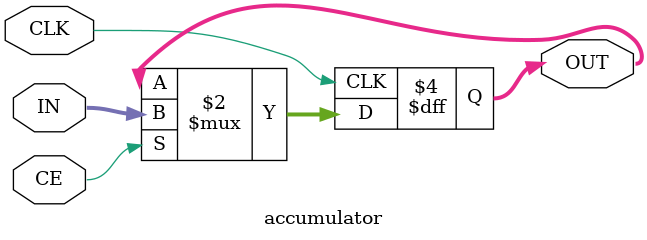
<source format=v>
module accumulator (
  input [7:0] IN,
  input CE,
  input CLK,
  output reg [7:0] OUT
);

always @(posedge CLK) begin
  if(CE) begin
    OUT <= IN;
  end
end

endmodule
</source>
